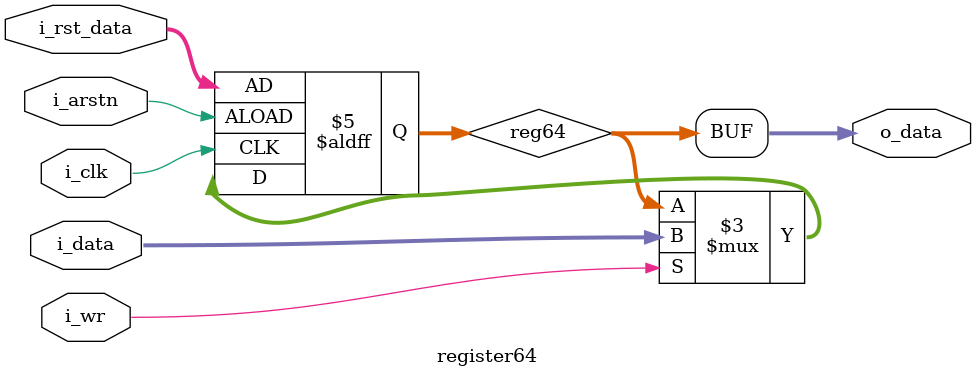
<source format=sv>
module register64 (
    input  wire       i_clk,
    input  wire       i_arstn,
    input  wire logic [63:0] i_rst_data,
    input  wire       i_wr,
    input  wire logic [63:0] i_data,
    output wire logic [63:0] o_data
);

  logic [63:0] reg64;

  always_ff @(posedge i_clk or negedge i_arstn) begin
    if (!i_arstn) begin
      reg64 <= i_rst_data;
    end else if (i_wr) begin
      reg64 <= i_data;
    end
  end

  assign o_data = reg64;

endmodule
</source>
